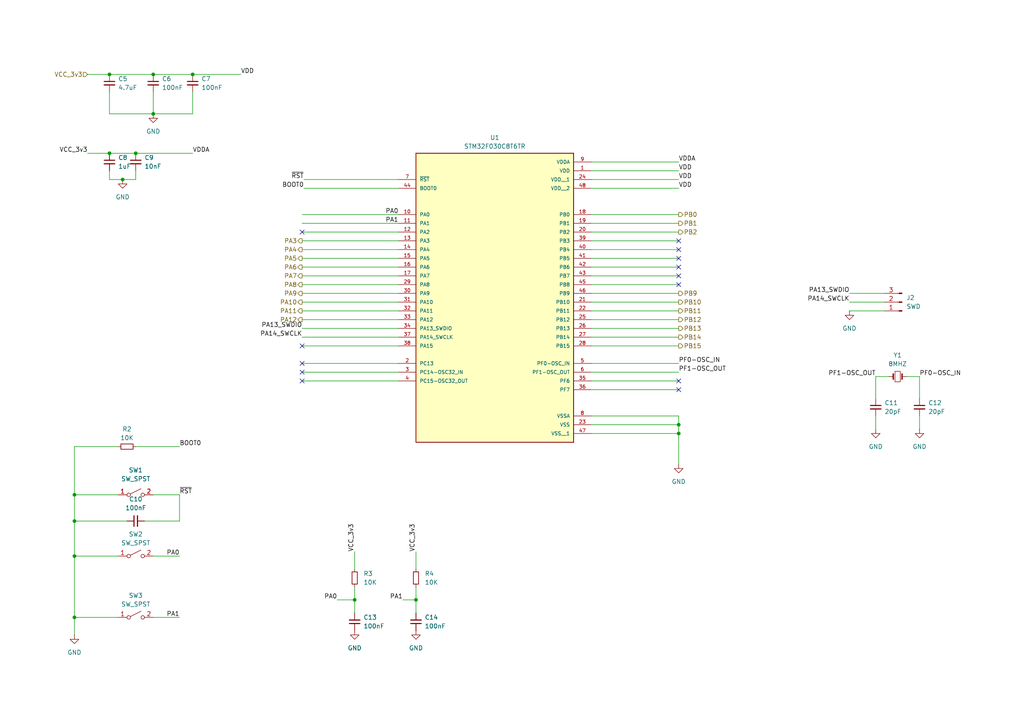
<source format=kicad_sch>
(kicad_sch (version 20231120) (generator "eeschema") (generator_version "8.0")
  (paper "A4")
  (title_block (title "Nur-Al-Nujoom") (date "2024-10-31") (rev "Rev 1.0"))
  (lib_symbols
    (symbol "Connector:Conn_01x03_Pin" (pin_names (offset 1.016) hide)
      (property "Reference" "J" (at 0 5.08 0))
      (property "Value" "Conn_01x03_Pin" (at 0 -5.08 0))
      (symbol "Conn_01x03_Pin_1_1"
        (polyline (pts (xy 1.27 -2.54) (xy 0.8636 -2.54)) (stroke (width 0.1524)))
        (polyline (pts (xy 1.27 0) (xy 0.8636 0)) (stroke (width 0.1524)))
        (polyline (pts (xy 1.27 2.54) (xy 0.8636 2.54)) (stroke (width 0.1524)))
        (rectangle (start 0.8636 -2.413) (end 0 -2.667) (stroke (width 0.1524)) (fill (type outline)))
        (rectangle (start 0.8636 0.127) (end 0 -0.127) (stroke (width 0.1524)) (fill (type outline)))
        (rectangle (start 0.8636 2.667) (end 0 2.413) (stroke (width 0.1524)) (fill (type outline)))
        (pin passive line (at 5.08 2.54 180) (length 3.81) (name "Pin_1") (number "1"))
        (pin passive line (at 5.08 0 180) (length 3.81) (name "Pin_2") (number "2"))
        (pin passive line (at 5.08 -2.54 180) (length 3.81) (name "Pin_3") (number "3"))
      )
    )
    (symbol "Device:C_Small" (pin_numbers hide) (pin_names (offset 0.254) hide)
      (property "Reference" "C" (at 0.254 1.778 0))
      (property "Value" "C_Small" (at 0.254 -2.032 0))
      (symbol "C_Small_0_1"
        (polyline (pts (xy -1.524 -0.508) (xy 1.524 -0.508)) (stroke (width 0.3302)))
        (polyline (pts (xy -1.524 0.508) (xy 1.524 0.508)) (stroke (width 0.3048)))
      )
      (symbol "C_Small_1_1"
        (pin passive line (at 0 2.54 270) (length 2.032) (name "~") (number "1"))
        (pin passive line (at 0 -2.54 90) (length 2.032) (name "~") (number "2"))
      )
    )
    (symbol "Device:Crystal_Small" (pin_numbers hide) (pin_names (offset 1.016) hide)
      (property "Reference" "Y" (at 0 2.54 0))
      (property "Value" "Crystal_Small" (at 0 -2.54 0))
      (symbol "Crystal_Small_0_1"
        (rectangle (start -0.762 -1.524) (end 0.762 1.524))
        (polyline (pts (xy -1.27 -0.762) (xy -1.27 0.762)) (stroke (width 0.381)))
        (polyline (pts (xy 1.27 -0.762) (xy 1.27 0.762)) (stroke (width 0.381)))
      )
      (symbol "Crystal_Small_1_1"
        (pin passive line (at -2.54 0 0) (length 1.27) (name "1") (number "1"))
        (pin passive line (at 2.54 0 180) (length 1.27) (name "2") (number "2"))
      )
    )
    (symbol "Device:R_Small" (pin_numbers hide) (pin_names (offset 0.254) hide)
      (property "Reference" "R" (at 0.762 0.508 0))
      (property "Value" "R_Small" (at 0.762 -1.016 0))
      (symbol "R_Small_0_1"
        (rectangle (start -0.762 1.778) (end 0.762 -1.778) (stroke (width 0.2032)))
      )
      (symbol "R_Small_1_1"
        (pin passive line (at 0 2.54 270) (length 0.762) (name "~") (number "1"))
        (pin passive line (at 0 -2.54 90) (length 0.762) (name "~") (number "2"))
      )
    )
    (symbol "STM32F030C8T6TR:STM32F030C8T6TR" (pin_names (offset 1.016))
      (property "Reference" "U" (at -22.86 40.64 0))
      (property "Value" "STM32F030C8T6TR" (at -22.86 -48.26 0))
      (symbol "STM32F030C8T6TR_0_0"
        (rectangle (start -22.86 -45.72) (end 22.86 38.1) (stroke (width 0.254)) (fill (type background)))
        (pin power_in line (at 27.94 33.02 180) (length 5.08) (name "VDD") (number "1"))
        (pin bidirectional line (at -27.94 20.32 0) (length 5.08) (name "PA0") (number "10"))
        (pin bidirectional line (at -27.94 17.78 0) (length 5.08) (name "PA1") (number "11"))
        (pin bidirectional line (at -27.94 15.24 0) (length 5.08) (name "PA2") (number "12"))
        (pin bidirectional line (at -27.94 12.7 0) (length 5.08) (name "PA3") (number "13"))
        (pin bidirectional line (at -27.94 10.16 0) (length 5.08) (name "PA4") (number "14"))
        (pin bidirectional line (at -27.94 7.62 0) (length 5.08) (name "PA5") (number "15"))
        (pin bidirectional line (at -27.94 5.08 0) (length 5.08) (name "PA6") (number "16"))
        (pin bidirectional line (at -27.94 2.54 0) (length 5.08) (name "PA7") (number "17"))
        (pin bidirectional line (at 27.94 20.32 180) (length 5.08) (name "PB0") (number "18"))
        (pin bidirectional line (at 27.94 17.78 180) (length 5.08) (name "PB1") (number "19"))
        (pin bidirectional line (at -27.94 -22.86 0) (length 5.08) (name "PC13") (number "2"))
        (pin bidirectional line (at 27.94 15.24 180) (length 5.08) (name "PB2") (number "20"))
        (pin bidirectional line (at 27.94 -5.08 180) (length 5.08) (name "PB10") (number "21"))
        (pin bidirectional line (at 27.94 -7.62 180) (length 5.08) (name "PB11") (number "22"))
        (pin power_in line (at 27.94 -40.64 180) (length 5.08) (name "VSS") (number "23"))
        (pin power_in line (at 27.94 30.48 180) (length 5.08) (name "VDD__1") (number "24"))
        (pin bidirectional line (at 27.94 -10.16 180) (length 5.08) (name "PB12") (number "25"))
        (pin bidirectional line (at 27.94 -12.7 180) (length 5.08) (name "PB13") (number "26"))
        (pin bidirectional line (at 27.94 -15.24 180) (length 5.08) (name "PB14") (number "27"))
        (pin bidirectional line (at 27.94 -17.78 180) (length 5.08) (name "PB15") (number "28"))
        (pin bidirectional line (at -27.94 0 0) (length 5.08) (name "PA8") (number "29"))
        (pin bidirectional line (at -27.94 -25.4 0) (length 5.08) (name "PC14-OSC32_IN") (number "3"))
        (pin bidirectional line (at -27.94 -2.54 0) (length 5.08) (name "PA9") (number "30"))
        (pin bidirectional line (at -27.94 -5.08 0) (length 5.08) (name "PA10") (number "31"))
        (pin bidirectional line (at -27.94 -7.62 0) (length 5.08) (name "PA11") (number "32"))
        (pin bidirectional line (at -27.94 -10.16 0) (length 5.08) (name "PA12") (number "33"))
        (pin bidirectional line (at -27.94 -12.7 0) (length 5.08) (name "PA13_SWDIO") (number "34"))
        (pin bidirectional line (at 27.94 -27.94 180) (length 5.08) (name "PF6") (number "35"))
        (pin bidirectional line (at 27.94 -30.48 180) (length 5.08) (name "PF7") (number "36"))
        (pin bidirectional line (at -27.94 -15.24 0) (length 5.08) (name "PA14_SWCLK") (number "37"))
        (pin bidirectional line (at -27.94 -17.78 0) (length 5.08) (name "PA15") (number "38"))
        (pin bidirectional line (at 27.94 12.7 180) (length 5.08) (name "PB3") (number "39"))
        (pin bidirectional line (at -27.94 -27.94 0) (length 5.08) (name "PC15-OSC32_OUT") (number "4"))
        (pin bidirectional line (at 27.94 10.16 180) (length 5.08) (name "PB4") (number "40"))
        (pin bidirectional line (at 27.94 7.62 180) (length 5.08) (name "PB5") (number "41"))
        (pin bidirectional line (at 27.94 5.08 180) (length 5.08) (name "PB6") (number "42"))
        (pin bidirectional line (at 27.94 2.54 180) (length 5.08) (name "PB7") (number "43"))
        (pin input line (at -27.94 27.94 0) (length 5.08) (name "BOOT0") (number "44"))
        (pin bidirectional line (at 27.94 0 180) (length 5.08) (name "PB8") (number "45"))
        (pin bidirectional line (at 27.94 -2.54 180) (length 5.08) (name "PB9") (number "46"))
        (pin power_in line (at 27.94 -43.18 180) (length 5.08) (name "VSS__1") (number "47"))
        (pin power_in line (at 27.94 27.94 180) (length 5.08) (name "VDD__2") (number "48"))
        (pin bidirectional line (at 27.94 -22.86 180) (length 5.08) (name "PF0-OSC_IN") (number "5"))
        (pin bidirectional line (at 27.94 -25.4 180) (length 5.08) (name "PF1-OSC_OUT") (number "6"))
        (pin bidirectional line (at -27.94 30.48 0) (length 5.08) (name "~{RST}") (number "7"))
        (pin power_in line (at 27.94 -38.1 180) (length 5.08) (name "VSSA") (number "8"))
        (pin power_in line (at 27.94 35.56 180) (length 5.08) (name "VDDA") (number "9"))
      )
    )
    (symbol "Switch:SW_SPST" (pin_names (offset 0) hide)
      (property "Reference" "SW" (at 0 3.175 0))
      (property "Value" "SW_SPST" (at 0 -2.54 0))
      (symbol "SW_SPST_0_0"
        (circle (center -2.032 0) (radius 0.508))
        (polyline (pts (xy -1.524 0.254) (xy 1.524 1.778)))
        (circle (center 2.032 0) (radius 0.508))
      )
      (symbol "SW_SPST_1_1"
        (pin passive line (at -5.08 0 0) (length 2.54) (name "A") (number "1"))
        (pin passive line (at 5.08 0 180) (length 2.54) (name "B") (number "2"))
      )
    )
    (symbol "power:GND" (power) (pin_numbers hide) (pin_names (offset 0) hide)
      (property "Value" "GND" (at 0 -3.81 0))
      (symbol "GND_0_1"
        (polyline (pts (xy 0 0) (xy 0 -1.27) (xy 1.27 -1.27) (xy 0 -2.54) (xy -1.27 -1.27) (xy 0 -1.27)))
      )
      (symbol "GND_1_1"
        (pin power_in line (at 0 0 270) (length 0) (name "~") (number "1"))
      )
    )
  )
  (junction (at 35.56 52.07))
  (junction (at 196.85 125.73))
  (junction (at 44.45 21.59))
  (junction (at 196.85 123.19))
  (junction (at 31.75 21.59))
  (junction (at 21.59 151.13))
  (junction (at 21.59 143.51))
  (junction (at 31.75 44.45))
  (junction (at 55.88 21.59))
  (junction (at 21.59 179.07))
  (junction (at 21.59 161.29))
  (junction (at 120.65 173.99))
  (junction (at 102.87 173.99))
  (junction (at 39.37 44.45))
  (junction (at 44.45 33.02))
  (no_connect (at 87.63 105.41))
  (no_connect (at 196.85 113.03))
  (no_connect (at 196.85 82.55))
  (no_connect (at 87.63 107.95))
  (no_connect (at 196.85 72.39))
  (no_connect (at 87.63 110.49))
  (no_connect (at 196.85 69.85))
  (no_connect (at 87.63 100.33))
  (no_connect (at 87.63 67.31))
  (no_connect (at 196.85 110.49))
  (no_connect (at 196.85 80.01))
  (no_connect (at 196.85 77.47))
  (no_connect (at 196.85 74.93))
  (wire (pts (xy 196.85 82.55) (xy 171.45 82.55)))
  (wire (pts (xy 25.4 44.45) (xy 31.75 44.45)))
  (wire (pts (xy 97.79 173.99) (xy 102.87 173.99)))
  (wire (pts (xy 246.38 90.17) (xy 256.54 90.17)))
  (wire (pts (xy 196.85 97.79) (xy 171.45 97.79)))
  (wire (pts (xy 256.54 85.09) (xy 246.38 85.09)))
  (wire (pts (xy 254 120.65) (xy 254 124.46)))
  (wire (pts (xy 44.45 21.59) (xy 55.88 21.59)))
  (wire (pts (xy 87.63 64.77) (xy 115.57 64.77)))
  (wire (pts (xy 246.38 87.63) (xy 256.54 87.63)))
  (wire (pts (xy 87.63 97.79) (xy 115.57 97.79)))
  (wire (pts (xy 196.85 80.01) (xy 171.45 80.01)))
  (wire (pts (xy 34.29 129.54) (xy 21.59 129.54)))
  (wire (pts (xy 25.4 21.59) (xy 31.75 21.59)))
  (wire (pts (xy 257.81 109.22) (xy 254 109.22)))
  (wire (pts (xy 87.63 105.41) (xy 115.57 105.41)))
  (wire (pts (xy 196.85 110.49) (xy 171.45 110.49)))
  (wire (pts (xy 120.65 173.99) (xy 120.65 177.8)))
  (wire (pts (xy 87.63 80.01) (xy 115.57 80.01)))
  (wire (pts (xy 254 109.22) (xy 254 115.57)))
  (wire (pts (xy 196.85 69.85) (xy 171.45 69.85)))
  (wire (pts (xy 31.75 49.53) (xy 31.75 52.07)))
  (wire (pts (xy 44.45 26.67) (xy 44.45 33.02)))
  (wire (pts (xy 44.45 179.07) (xy 52.07 179.07)))
  (wire (pts (xy 266.7 120.65) (xy 266.7 124.46)))
  (wire (pts (xy 196.85 123.19) (xy 171.45 123.19)))
  (wire (pts (xy 102.87 170.18) (xy 102.87 173.99)))
  (wire (pts (xy 87.63 92.71) (xy 115.57 92.71)))
  (wire (pts (xy 44.45 33.02) (xy 55.88 33.02)))
  (wire (pts (xy 102.87 160.02) (xy 102.87 165.1)))
  (wire (pts (xy 196.85 64.77) (xy 171.45 64.77)))
  (wire (pts (xy 52.07 143.51) (xy 44.45 143.51)))
  (wire (pts (xy 196.85 54.61) (xy 171.45 54.61)))
  (wire (pts (xy 55.88 33.02) (xy 55.88 26.67)))
  (wire (pts (xy 87.63 90.17) (xy 115.57 90.17)))
  (wire (pts (xy 116.84 173.99) (xy 120.65 173.99)))
  (wire (pts (xy 196.85 67.31) (xy 171.45 67.31)))
  (wire (pts (xy 196.85 105.41) (xy 171.45 105.41)))
  (wire (pts (xy 87.63 62.23) (xy 115.57 62.23)))
  (wire (pts (xy 21.59 161.29) (xy 21.59 179.07)))
  (wire (pts (xy 87.63 107.95) (xy 115.57 107.95)))
  (wire (pts (xy 39.37 44.45) (xy 55.88 44.45)))
  (wire (pts (xy 266.7 109.22) (xy 266.7 115.57)))
  (wire (pts (xy 41.91 151.13) (xy 52.07 151.13)))
  (wire (pts (xy 87.63 85.09) (xy 115.57 85.09)))
  (wire (pts (xy 196.85 46.99) (xy 171.45 46.99)))
  (wire (pts (xy 262.89 109.22) (xy 266.7 109.22)))
  (wire (pts (xy 31.75 26.67) (xy 31.75 33.02)))
  (wire (pts (xy 196.85 85.09) (xy 171.45 85.09)))
  (wire (pts (xy 88.1379 52.07) (xy 115.57 52.07)))
  (wire (pts (xy 87.63 100.33) (xy 115.57 100.33)))
  (wire (pts (xy 44.45 161.29) (xy 52.07 161.29)))
  (wire (pts (xy 87.63 72.39) (xy 115.57 72.39)))
  (wire (pts (xy 87.63 67.31) (xy 115.57 67.31)))
  (wire (pts (xy 196.85 74.93) (xy 171.45 74.93)))
  (wire (pts (xy 31.75 21.59) (xy 44.45 21.59)))
  (wire (pts (xy 21.59 179.07) (xy 21.59 184.15)))
  (wire (pts (xy 21.59 179.07) (xy 34.29 179.07)))
  (wire (pts (xy 196.85 120.65) (xy 171.45 120.65)))
  (wire (pts (xy 196.85 49.53) (xy 171.45 49.53)))
  (wire (pts (xy 196.85 125.73) (xy 171.45 125.73)))
  (wire (pts (xy 35.56 52.07) (xy 39.37 52.07)))
  (wire (pts (xy 87.63 95.25) (xy 115.57 95.25)))
  (wire (pts (xy 21.59 151.13) (xy 36.83 151.13)))
  (wire (pts (xy 196.85 87.63) (xy 171.45 87.63)))
  (wire (pts (xy 52.07 151.13) (xy 52.07 143.51)))
  (wire (pts (xy 88.1379 54.61) (xy 115.57 54.61)))
  (wire (pts (xy 196.85 100.33) (xy 171.45 100.33)))
  (wire (pts (xy 196.85 113.03) (xy 171.45 113.03)))
  (wire (pts (xy 31.75 52.07) (xy 35.56 52.07)))
  (wire (pts (xy 21.59 161.29) (xy 34.29 161.29)))
  (wire (pts (xy 120.65 160.02) (xy 120.65 165.1)))
  (wire (pts (xy 87.63 69.85) (xy 115.57 69.85)))
  (wire (pts (xy 31.75 44.45) (xy 39.37 44.45)))
  (wire (pts (xy 39.37 52.07) (xy 39.37 49.53)))
  (wire (pts (xy 87.63 87.63) (xy 115.57 87.63)))
  (wire (pts (xy 196.85 123.19) (xy 196.85 125.73)))
  (wire (pts (xy 196.85 77.47) (xy 171.45 77.47)))
  (wire (pts (xy 196.85 90.17) (xy 171.45 90.17)))
  (wire (pts (xy 55.88 21.59) (xy 69.85 21.59)))
  (wire (pts (xy 102.87 173.99) (xy 102.87 177.8)))
  (wire (pts (xy 87.63 77.47) (xy 115.57 77.47)))
  (wire (pts (xy 87.63 74.93) (xy 115.57 74.93)))
  (wire (pts (xy 196.85 62.23) (xy 171.45 62.23)))
  (wire (pts (xy 196.85 92.71) (xy 171.45 92.71)))
  (wire (pts (xy 34.29 143.51) (xy 21.59 143.51)))
  (wire (pts (xy 196.85 107.95) (xy 171.45 107.95)))
  (wire (pts (xy 196.85 72.39) (xy 171.45 72.39)))
  (wire (pts (xy 120.65 170.18) (xy 120.65 173.99)))
  (wire (pts (xy 87.63 82.55) (xy 115.57 82.55)))
  (wire (pts (xy 21.59 129.54) (xy 21.59 143.51)))
  (wire (pts (xy 39.37 129.54) (xy 52.07 129.54)))
  (wire (pts (xy 31.75 33.02) (xy 44.45 33.02)))
  (wire (pts (xy 196.85 120.65) (xy 196.85 123.19)))
  (wire (pts (xy 87.63 110.49) (xy 115.57 110.49)))
  (wire (pts (xy 196.85 52.07) (xy 171.45 52.07)))
  (wire (pts (xy 21.59 143.51) (xy 21.59 151.13)))
  (wire (pts (xy 196.85 95.25) (xy 171.45 95.25)))
  (wire (pts (xy 21.59 151.13) (xy 21.59 161.29)))
  (wire (pts (xy 196.85 125.73) (xy 196.85 134.62)))
  (label "~{RST}" (at 52.07 143.51 0))
  (label "PA0" (at 115.57 62.23 180))
  (label "VDD" (at 69.85 21.59 0))
  (label "BOOT0" (at 52.07 129.54 0))
  (label "VDDA" (at 55.88 44.45 0))
  (label "PA13_SWDIO" (at 87.63 95.25 180))
  (label "PA14_SWCLK" (at 246.38 87.63 180))
  (label "VDD" (at 196.85 52.07 0))
  (label "VCC_3v3" (at 25.4 44.45 180))
  (label "PF0-OSC_IN" (at 196.85 105.41 0))
  (label "VCC_3v3" (at 102.87 160.02 90))
  (label "PA1" (at 52.07 179.07 180))
  (label "VDD" (at 196.85 54.61 0))
  (label "VCC_3v3" (at 120.65 160.02 90))
  (label "PA0" (at 97.79 173.99 180))
  (label "PA14_SWCLK" (at 87.63 97.79 180))
  (label "PF1-OSC_OUT" (at 196.85 107.95 0))
  (label "BOOT0" (at 88.1379 54.61 180))
  (label "~{RST}" (at 88.1379 52.07 180))
  (label "PF1-OSC_OUT" (at 254 109.22 180))
  (label "PA1" (at 116.84 173.99 180))
  (label "PA0" (at 52.07 161.29 180))
  (label "PF0-OSC_IN" (at 266.7 109.22 0))
  (label "PA1" (at 115.57 64.77 180))
  (label "PA13_SWDIO" (at 246.38 85.09 180))
  (label "VDDA" (at 196.85 46.99 0))
  (label "VDD" (at 196.85 49.53 0))
  (hierarchical_label "PA3" (shape output) (at 87.63 69.85 180))
  (hierarchical_label "PB1" (shape output) (at 196.85 64.77 0))
  (hierarchical_label "PA10" (shape output) (at 87.63 87.63 180))
  (hierarchical_label "PB2" (shape output) (at 196.85 67.31 0))
  (hierarchical_label "PA4" (shape output) (at 87.63 72.39 180))
  (hierarchical_label "PB12" (shape output) (at 196.85 92.71 0))
  (hierarchical_label "PA9" (shape output) (at 87.63 85.09 180))
  (hierarchical_label "PA6" (shape output) (at 87.63 77.47 180))
  (hierarchical_label "VCC_3v3" (shape input) (at 25.4 21.59 180))
  (hierarchical_label "PB11" (shape output) (at 196.85 90.17 0))
  (hierarchical_label "PB14" (shape output) (at 196.85 97.79 0))
  (hierarchical_label "PB10" (shape output) (at 196.85 87.63 0))
  (hierarchical_label "PA11" (shape output) (at 87.63 90.17 180))
  (hierarchical_label "PA7" (shape output) (at 87.63 80.01 180))
  (hierarchical_label "PA12" (shape output) (at 87.63 92.71 180))
  (hierarchical_label "PB13" (shape output) (at 196.85 95.25 0))
  (hierarchical_label "PB9" (shape output) (at 196.85 85.09 0))
  (hierarchical_label "PB15" (shape output) (at 196.85 100.33 0))
  (hierarchical_label "PB0" (shape output) (at 196.85 62.23 0))
  (hierarchical_label "PA5" (shape output) (at 87.63 74.93 180))
  (hierarchical_label "PA8" (shape output) (at 87.63 82.55 180))
  (symbol (lib_id "Device:C_Small") (at 39.37 151.13 90) (unit 1)
    (property "Reference" "C10" (at 39.3763 144.78 90))
    (property "Value" "100nF" (at 39.3763 147.32 90))
    (property "Footprint" "Capacitor_SMD:C_0603_1608Metric" (effects (hide yes)))
    (property "Description" "Unpolarized capacitor, small symbol" (effects (hide yes)))
  )
  (symbol (lib_id "STM32F030C8T6TR:STM32F030C8T6TR") (at 143.51 82.55 0) (unit 1)
    (property "Reference" "U1" (at 143.51 39.9077 0))
    (property "Value" "STM32F030C8T6TR" (at 143.51 42.4477 0))
    (property "Footprint" "STM32F030C8T6TR:QFP50P900X900X160-48N" (effects (hide yes)))
    (property "MF" "STMicroelectronics" (effects (hide yes)))
    (property "MAXIMUM_PACKAGE_HEIGHT" "1.60mm" (effects (hide yes)))
    (property "Package" "LQFP-48 STMicroelectronics" (effects (hide yes)))
    (property "Price" "None" (effects (hide yes)))
    (property "Check_prices" "https://www.snapeda.com/parts/STM32F030C8T6TR/STMicroelectronics/view-part/?ref=eda" (effects (hide yes)))
    (property "STANDARD" "IPC-7351B" (effects (hide yes)))
    (property "PARTREV" "4" (effects (hide yes)))
    (property "SnapEDA_Link" "https://www.snapeda.com/parts/STM32F030C8T6TR/STMicroelectronics/view-part/?ref=snap" (effects (hide yes)))
    (property "MP" "STM32F030C8T6TR" (effects (hide yes)))
    (property "Description_1" "\n                        \n                            ARM® Cortex®-M0 STM32F0 Microcontroller IC 32-Bit Single-Core 48MHz 64KB (64K x 8) FLASH 48-LQFP (7x7)\n                        \n" (effects (hide yes)))
    (property "Availability" "In Stock" (effects (hide yes)))
    (property "MANUFACTURER" "ST Microelectronics" (effects (hide yes)))
  )
  (symbol (lib_id "Device:R_Small") (at 102.87 167.64 0) (unit 1)
    (property "Reference" "R3" (at 105.41 166.3699 0) (effects (justify left)))
    (property "Value" "10K" (at 105.41 168.9099 0) (effects (justify left)))
    (property "Footprint" "Resistor_SMD:R_0603_1608Metric" (effects (hide yes)))
    (property "Description" "Resistor, small symbol" (effects (hide yes)))
  )
  (symbol (lib_id "power:GND") (at 266.7 124.46 0) (unit 1)
    (property "Reference" "#PWR010" (effects (hide yes)))
    (property "Value" "GND" (at 266.7 129.54 0))
    (property "Description" "Power symbol creates a global label with name \"GND\" , ground" (effects (hide yes)))
  )
  (symbol (lib_id "power:GND") (at 35.56 52.07 0) (unit 1)
    (property "Reference" "#PWR06" (effects (hide yes)))
    (property "Value" "GND" (at 35.56 57.15 0))
    (property "Description" "Power symbol creates a global label with name \"GND\" , ground" (effects (hide yes)))
  )
  (symbol (lib_id "Switch:SW_SPST") (at 39.37 179.07 0) (unit 1)
    (property "Reference" "SW3" (at 39.37 172.72 0))
    (property "Value" "SW_SPST" (at 39.37 175.26 0))
    (property "Footprint" "Button_Switch_SMD:SW_SPST_CK_RS282G05A3" (effects (hide yes)))
    (property "Description" "Single Pole Single Throw (SPST) switch" (effects (hide yes)))
  )
  (symbol (lib_id "Switch:SW_SPST") (at 39.37 161.29 0) (unit 1)
    (property "Reference" "SW2" (at 39.37 154.94 0))
    (property "Value" "SW_SPST" (at 39.37 157.48 0))
    (property "Footprint" "Button_Switch_SMD:SW_SPST_CK_RS282G05A3" (effects (hide yes)))
    (property "Description" "Single Pole Single Throw (SPST) switch" (effects (hide yes)))
  )
  (symbol (lib_id "power:GND") (at 44.45 33.02 0) (unit 1)
    (property "Reference" "#PWR05" (effects (hide yes)))
    (property "Value" "GND" (at 44.45 38.1 0))
    (property "Description" "Power symbol creates a global label with name \"GND\" , ground" (effects (hide yes)))
  )
  (symbol (lib_id "power:GND") (at 120.65 182.88 0) (unit 1)
    (property "Reference" "#PWR013" (effects (hide yes)))
    (property "Value" "GND" (at 120.65 187.96 0))
    (property "Description" "Power symbol creates a global label with name \"GND\" , ground" (effects (hide yes)))
  )
  (symbol (lib_id "power:GND") (at 21.59 184.15 0) (unit 1)
    (property "Reference" "#PWR08" (effects (hide yes)))
    (property "Value" "GND" (at 21.59 189.23 0))
    (property "Description" "Power symbol creates a global label with name \"GND\" , ground" (effects (hide yes)))
  )
  (symbol (lib_id "Device:Crystal_Small") (at 260.35 109.22 0) (unit 1)
    (property "Reference" "Y1" (at 260.35 103.0167 0))
    (property "Value" "8MHZ" (at 260.35 105.5567 0))
    (property "Footprint" "Crystal:Crystal_SMD_HC49-SD" (effects (hide yes)))
    (property "Description" "Two pin crystal, small symbol" (effects (hide yes)))
  )
  (symbol (lib_id "Device:R_Small") (at 120.65 167.64 0) (unit 1)
    (property "Reference" "R4" (at 123.19 166.3699 0) (effects (justify left)))
    (property "Value" "10K" (at 123.19 168.9099 0) (effects (justify left)))
    (property "Footprint" "Resistor_SMD:R_0603_1608Metric" (effects (hide yes)))
    (property "Description" "Resistor, small symbol" (effects (hide yes)))
  )
  (symbol (lib_id "Connector:Conn_01x03_Pin") (at 261.62 87.63 180) (unit 1)
    (property "Reference" "J2" (at 262.89 86.3599 0) (effects (justify right)))
    (property "Value" "SWD" (at 262.89 88.8999 0) (effects (justify right)))
    (property "Footprint" "Connector_PinHeader_2.54mm:PinHeader_1x03_P2.54mm_Vertical" (effects (hide yes)))
    (property "Description" "Generic connector, single row, 01x03, script generated" (effects (hide yes)))
  )
  (symbol (lib_id "Device:C_Small") (at 120.65 180.34 180) (unit 1)
    (property "Reference" "C14" (at 123.19 179.0635 0) (effects (justify right)))
    (property "Value" "100nF" (at 123.19 181.6035 0) (effects (justify right)))
    (property "Footprint" "Capacitor_SMD:C_0603_1608Metric" (effects (hide yes)))
    (property "Description" "Unpolarized capacitor, small symbol" (effects (hide yes)))
  )
  (symbol (lib_id "Device:C_Small") (at 44.45 24.13 0) (unit 1)
    (property "Reference" "C6" (at 46.99 22.8662 0) (effects (justify left)))
    (property "Value" "100nF" (at 46.99 25.4062 0) (effects (justify left)))
    (property "Footprint" "Capacitor_SMD:C_0603_1608Metric" (effects (hide yes)))
    (property "Description" "Unpolarized capacitor, small symbol" (effects (hide yes)))
  )
  (symbol (lib_id "power:GND") (at 102.87 182.88 0) (unit 1)
    (property "Reference" "#PWR012" (effects (hide yes)))
    (property "Value" "GND" (at 102.87 187.96 0))
    (property "Description" "Power symbol creates a global label with name \"GND\" , ground" (effects (hide yes)))
  )
  (symbol (lib_id "Device:C_Small") (at 39.37 46.99 0) (unit 1)
    (property "Reference" "C9" (at 41.91 45.7262 0) (effects (justify left)))
    (property "Value" "10nF" (at 41.91 48.2662 0) (effects (justify left)))
    (property "Footprint" "Capacitor_SMD:C_0603_1608Metric" (effects (hide yes)))
    (property "Description" "Unpolarized capacitor, small symbol" (effects (hide yes)))
  )
  (symbol (lib_id "Switch:SW_SPST") (at 39.37 143.51 0) (unit 1)
    (property "Reference" "SW1" (at 39.37 136.3586 0))
    (property "Value" "SW_SPST" (at 39.37 138.8986 0))
    (property "Footprint" "Button_Switch_SMD:SW_SPST_CK_RS282G05A3" (effects (hide yes)))
    (property "Description" "Single Pole Single Throw (SPST) switch" (effects (hide yes)))
  )
  (symbol (lib_id "Device:R_Small") (at 36.83 129.54 90) (unit 1)
    (property "Reference" "R2" (at 36.83 124.46 90))
    (property "Value" "10K" (at 36.83 127 90))
    (property "Footprint" "Resistor_SMD:R_0603_1608Metric" (effects (hide yes)))
    (property "Description" "Resistor, small symbol" (effects (hide yes)))
  )
  (symbol (lib_id "power:GND") (at 254 124.46 0) (unit 1)
    (property "Reference" "#PWR09" (effects (hide yes)))
    (property "Value" "GND" (at 254 129.54 0))
    (property "Description" "Power symbol creates a global label with name \"GND\" , ground" (effects (hide yes)))
  )
  (symbol (lib_id "Device:C_Small") (at 266.7 118.11 0) (unit 1)
    (property "Reference" "C12" (at 269.24 116.8462 0) (effects (justify left)))
    (property "Value" "20pF" (at 269.24 119.3862 0) (effects (justify left)))
    (property "Footprint" "Capacitor_SMD:C_0603_1608Metric" (effects (hide yes)))
    (property "Description" "Unpolarized capacitor, small symbol" (effects (hide yes)))
  )
  (symbol (lib_id "Device:C_Small") (at 31.75 46.99 0) (unit 1)
    (property "Reference" "C8" (at 34.29 45.7262 0) (effects (justify left)))
    (property "Value" "1uF" (at 34.29 48.2662 0) (effects (justify left)))
    (property "Footprint" "Capacitor_SMD:C_0603_1608Metric" (effects (hide yes)))
    (property "Description" "Unpolarized capacitor, small symbol" (effects (hide yes)))
  )
  (symbol (lib_id "Device:C_Small") (at 31.75 24.13 0) (unit 1)
    (property "Reference" "C5" (at 34.29 22.8662 0) (effects (justify left)))
    (property "Value" "4.7uF" (at 34.29 25.4062 0) (effects (justify left)))
    (property "Footprint" "Capacitor_SMD:C_0603_1608Metric" (effects (hide yes)))
    (property "Description" "Unpolarized capacitor, small symbol" (effects (hide yes)))
  )
  (symbol (lib_id "power:GND") (at 246.38 90.17 0) (unit 1)
    (property "Reference" "#PWR011" (effects (hide yes)))
    (property "Value" "GND" (at 246.38 95.25 0))
    (property "Description" "Power symbol creates a global label with name \"GND\" , ground" (effects (hide yes)))
  )
  (symbol (lib_id "Device:C_Small") (at 55.88 24.13 0) (unit 1)
    (property "Reference" "C7" (at 58.42 22.8662 0) (effects (justify left)))
    (property "Value" "100nF" (at 58.42 25.4062 0) (effects (justify left)))
    (property "Footprint" "Capacitor_SMD:C_0603_1608Metric" (effects (hide yes)))
    (property "Description" "Unpolarized capacitor, small symbol" (effects (hide yes)))
  )
  (symbol (lib_id "Device:C_Small") (at 102.87 180.34 180) (unit 1)
    (property "Reference" "C13" (at 105.41 179.0635 0) (effects (justify right)))
    (property "Value" "100nF" (at 105.41 181.6035 0) (effects (justify right)))
    (property "Footprint" "Capacitor_SMD:C_0603_1608Metric" (effects (hide yes)))
    (property "Description" "Unpolarized capacitor, small symbol" (effects (hide yes)))
  )
  (symbol (lib_id "power:GND") (at 196.85 134.62 0) (unit 1)
    (property "Reference" "#PWR07" (effects (hide yes)))
    (property "Value" "GND" (at 196.85 139.7 0))
    (property "Description" "Power symbol creates a global label with name \"GND\" , ground" (effects (hide yes)))
  )
  (symbol (lib_id "Device:C_Small") (at 254 118.11 0) (unit 1)
    (property "Reference" "C11" (at 256.54 116.8462 0) (effects (justify left)))
    (property "Value" "20pF" (at 256.54 119.3862 0) (effects (justify left)))
    (property "Footprint" "Capacitor_SMD:C_0603_1608Metric" (effects (hide yes)))
    (property "Description" "Unpolarized capacitor, small symbol" (effects (hide yes)))
  )
)
</source>
